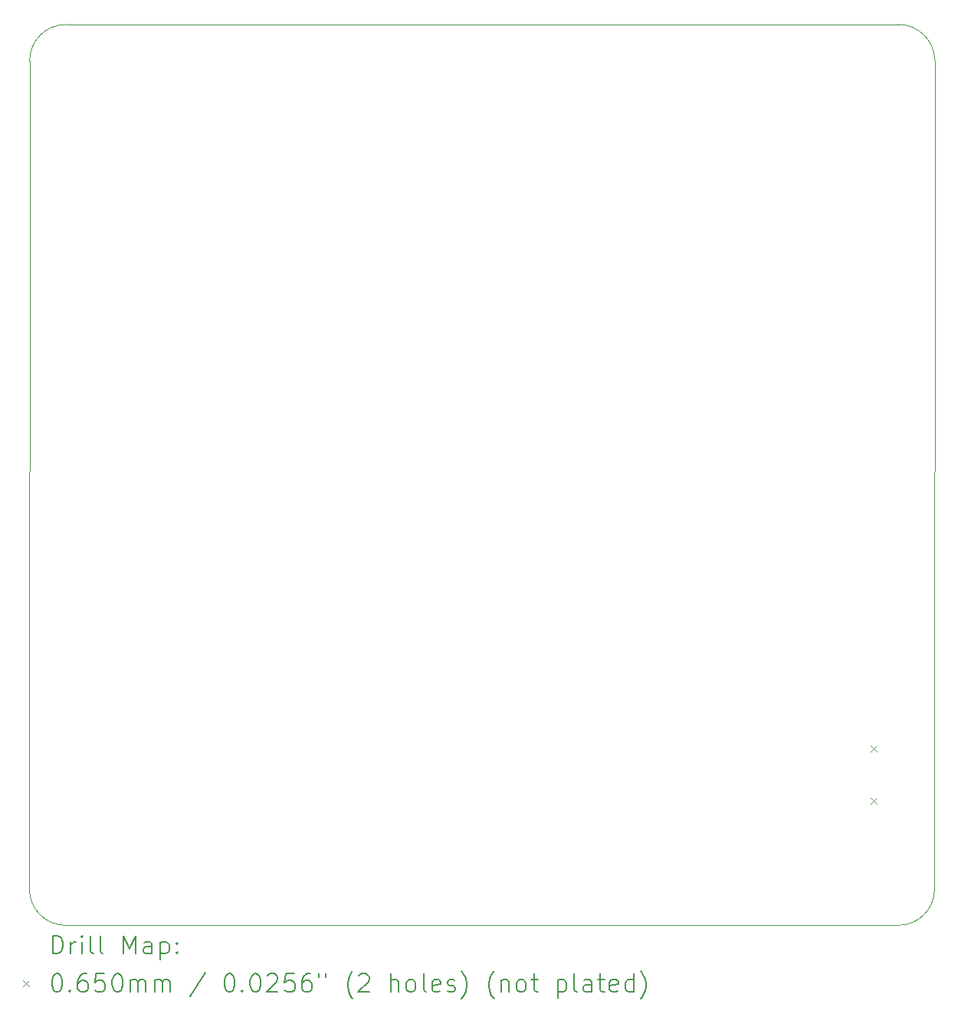
<source format=gbr>
%TF.GenerationSoftware,KiCad,Pcbnew,8.0.6*%
%TF.CreationDate,2025-01-07T14:19:22+11:00*%
%TF.ProjectId,MPPT_V3,4d505054-5f56-4332-9e6b-696361645f70,rev?*%
%TF.SameCoordinates,Original*%
%TF.FileFunction,Drillmap*%
%TF.FilePolarity,Positive*%
%FSLAX45Y45*%
G04 Gerber Fmt 4.5, Leading zero omitted, Abs format (unit mm)*
G04 Created by KiCad (PCBNEW 8.0.6) date 2025-01-07 14:19:22*
%MOMM*%
%LPD*%
G01*
G04 APERTURE LIST*
%ADD10C,0.050000*%
%ADD11C,0.200000*%
%ADD12C,0.100000*%
G04 APERTURE END LIST*
D10*
X17985000Y-14872000D02*
G75*
G02*
X17585000Y-15272000I-399990J-10D01*
G01*
X17585000Y-15272000D02*
X8385000Y-15272000D01*
X8385000Y-15272000D02*
G75*
G02*
X7985000Y-14872000I0J400000D01*
G01*
X8387498Y-5328674D02*
X17587498Y-5328674D01*
X17587498Y-5328674D02*
G75*
G02*
X17987496Y-5728674I-8J-400006D01*
G01*
X7985000Y-14872000D02*
X7987498Y-5728674D01*
X17987498Y-5728674D02*
X17985000Y-14872000D01*
X7987498Y-5728674D02*
G75*
G02*
X8387498Y-5328678I399992J4D01*
G01*
D11*
D12*
X17279002Y-13288826D02*
X17344002Y-13353826D01*
X17344002Y-13288826D02*
X17279002Y-13353826D01*
X17279002Y-13866826D02*
X17344002Y-13931826D01*
X17344002Y-13866826D02*
X17279002Y-13931826D01*
D11*
X8243277Y-15585984D02*
X8243277Y-15385984D01*
X8243277Y-15385984D02*
X8290896Y-15385984D01*
X8290896Y-15385984D02*
X8319467Y-15395508D01*
X8319467Y-15395508D02*
X8338515Y-15414555D01*
X8338515Y-15414555D02*
X8348039Y-15433603D01*
X8348039Y-15433603D02*
X8357562Y-15471698D01*
X8357562Y-15471698D02*
X8357562Y-15500269D01*
X8357562Y-15500269D02*
X8348039Y-15538365D01*
X8348039Y-15538365D02*
X8338515Y-15557412D01*
X8338515Y-15557412D02*
X8319467Y-15576460D01*
X8319467Y-15576460D02*
X8290896Y-15585984D01*
X8290896Y-15585984D02*
X8243277Y-15585984D01*
X8443277Y-15585984D02*
X8443277Y-15452650D01*
X8443277Y-15490746D02*
X8452801Y-15471698D01*
X8452801Y-15471698D02*
X8462324Y-15462174D01*
X8462324Y-15462174D02*
X8481372Y-15452650D01*
X8481372Y-15452650D02*
X8500420Y-15452650D01*
X8567086Y-15585984D02*
X8567086Y-15452650D01*
X8567086Y-15385984D02*
X8557563Y-15395508D01*
X8557563Y-15395508D02*
X8567086Y-15405031D01*
X8567086Y-15405031D02*
X8576610Y-15395508D01*
X8576610Y-15395508D02*
X8567086Y-15385984D01*
X8567086Y-15385984D02*
X8567086Y-15405031D01*
X8690896Y-15585984D02*
X8671848Y-15576460D01*
X8671848Y-15576460D02*
X8662324Y-15557412D01*
X8662324Y-15557412D02*
X8662324Y-15385984D01*
X8795658Y-15585984D02*
X8776610Y-15576460D01*
X8776610Y-15576460D02*
X8767086Y-15557412D01*
X8767086Y-15557412D02*
X8767086Y-15385984D01*
X9024229Y-15585984D02*
X9024229Y-15385984D01*
X9024229Y-15385984D02*
X9090896Y-15528841D01*
X9090896Y-15528841D02*
X9157563Y-15385984D01*
X9157563Y-15385984D02*
X9157563Y-15585984D01*
X9338515Y-15585984D02*
X9338515Y-15481222D01*
X9338515Y-15481222D02*
X9328991Y-15462174D01*
X9328991Y-15462174D02*
X9309944Y-15452650D01*
X9309944Y-15452650D02*
X9271848Y-15452650D01*
X9271848Y-15452650D02*
X9252801Y-15462174D01*
X9338515Y-15576460D02*
X9319467Y-15585984D01*
X9319467Y-15585984D02*
X9271848Y-15585984D01*
X9271848Y-15585984D02*
X9252801Y-15576460D01*
X9252801Y-15576460D02*
X9243277Y-15557412D01*
X9243277Y-15557412D02*
X9243277Y-15538365D01*
X9243277Y-15538365D02*
X9252801Y-15519317D01*
X9252801Y-15519317D02*
X9271848Y-15509793D01*
X9271848Y-15509793D02*
X9319467Y-15509793D01*
X9319467Y-15509793D02*
X9338515Y-15500269D01*
X9433753Y-15452650D02*
X9433753Y-15652650D01*
X9433753Y-15462174D02*
X9452801Y-15452650D01*
X9452801Y-15452650D02*
X9490896Y-15452650D01*
X9490896Y-15452650D02*
X9509944Y-15462174D01*
X9509944Y-15462174D02*
X9519467Y-15471698D01*
X9519467Y-15471698D02*
X9528991Y-15490746D01*
X9528991Y-15490746D02*
X9528991Y-15547888D01*
X9528991Y-15547888D02*
X9519467Y-15566936D01*
X9519467Y-15566936D02*
X9509944Y-15576460D01*
X9509944Y-15576460D02*
X9490896Y-15585984D01*
X9490896Y-15585984D02*
X9452801Y-15585984D01*
X9452801Y-15585984D02*
X9433753Y-15576460D01*
X9614705Y-15566936D02*
X9624229Y-15576460D01*
X9624229Y-15576460D02*
X9614705Y-15585984D01*
X9614705Y-15585984D02*
X9605182Y-15576460D01*
X9605182Y-15576460D02*
X9614705Y-15566936D01*
X9614705Y-15566936D02*
X9614705Y-15585984D01*
X9614705Y-15462174D02*
X9624229Y-15471698D01*
X9624229Y-15471698D02*
X9614705Y-15481222D01*
X9614705Y-15481222D02*
X9605182Y-15471698D01*
X9605182Y-15471698D02*
X9614705Y-15462174D01*
X9614705Y-15462174D02*
X9614705Y-15481222D01*
D12*
X7917500Y-15882000D02*
X7982500Y-15947000D01*
X7982500Y-15882000D02*
X7917500Y-15947000D01*
D11*
X8281372Y-15805984D02*
X8300420Y-15805984D01*
X8300420Y-15805984D02*
X8319467Y-15815508D01*
X8319467Y-15815508D02*
X8328991Y-15825031D01*
X8328991Y-15825031D02*
X8338515Y-15844079D01*
X8338515Y-15844079D02*
X8348039Y-15882174D01*
X8348039Y-15882174D02*
X8348039Y-15929793D01*
X8348039Y-15929793D02*
X8338515Y-15967888D01*
X8338515Y-15967888D02*
X8328991Y-15986936D01*
X8328991Y-15986936D02*
X8319467Y-15996460D01*
X8319467Y-15996460D02*
X8300420Y-16005984D01*
X8300420Y-16005984D02*
X8281372Y-16005984D01*
X8281372Y-16005984D02*
X8262324Y-15996460D01*
X8262324Y-15996460D02*
X8252801Y-15986936D01*
X8252801Y-15986936D02*
X8243277Y-15967888D01*
X8243277Y-15967888D02*
X8233753Y-15929793D01*
X8233753Y-15929793D02*
X8233753Y-15882174D01*
X8233753Y-15882174D02*
X8243277Y-15844079D01*
X8243277Y-15844079D02*
X8252801Y-15825031D01*
X8252801Y-15825031D02*
X8262324Y-15815508D01*
X8262324Y-15815508D02*
X8281372Y-15805984D01*
X8433753Y-15986936D02*
X8443277Y-15996460D01*
X8443277Y-15996460D02*
X8433753Y-16005984D01*
X8433753Y-16005984D02*
X8424229Y-15996460D01*
X8424229Y-15996460D02*
X8433753Y-15986936D01*
X8433753Y-15986936D02*
X8433753Y-16005984D01*
X8614705Y-15805984D02*
X8576610Y-15805984D01*
X8576610Y-15805984D02*
X8557563Y-15815508D01*
X8557563Y-15815508D02*
X8548039Y-15825031D01*
X8548039Y-15825031D02*
X8528991Y-15853603D01*
X8528991Y-15853603D02*
X8519467Y-15891698D01*
X8519467Y-15891698D02*
X8519467Y-15967888D01*
X8519467Y-15967888D02*
X8528991Y-15986936D01*
X8528991Y-15986936D02*
X8538515Y-15996460D01*
X8538515Y-15996460D02*
X8557563Y-16005984D01*
X8557563Y-16005984D02*
X8595658Y-16005984D01*
X8595658Y-16005984D02*
X8614705Y-15996460D01*
X8614705Y-15996460D02*
X8624229Y-15986936D01*
X8624229Y-15986936D02*
X8633753Y-15967888D01*
X8633753Y-15967888D02*
X8633753Y-15920269D01*
X8633753Y-15920269D02*
X8624229Y-15901222D01*
X8624229Y-15901222D02*
X8614705Y-15891698D01*
X8614705Y-15891698D02*
X8595658Y-15882174D01*
X8595658Y-15882174D02*
X8557563Y-15882174D01*
X8557563Y-15882174D02*
X8538515Y-15891698D01*
X8538515Y-15891698D02*
X8528991Y-15901222D01*
X8528991Y-15901222D02*
X8519467Y-15920269D01*
X8814705Y-15805984D02*
X8719467Y-15805984D01*
X8719467Y-15805984D02*
X8709944Y-15901222D01*
X8709944Y-15901222D02*
X8719467Y-15891698D01*
X8719467Y-15891698D02*
X8738515Y-15882174D01*
X8738515Y-15882174D02*
X8786134Y-15882174D01*
X8786134Y-15882174D02*
X8805182Y-15891698D01*
X8805182Y-15891698D02*
X8814705Y-15901222D01*
X8814705Y-15901222D02*
X8824229Y-15920269D01*
X8824229Y-15920269D02*
X8824229Y-15967888D01*
X8824229Y-15967888D02*
X8814705Y-15986936D01*
X8814705Y-15986936D02*
X8805182Y-15996460D01*
X8805182Y-15996460D02*
X8786134Y-16005984D01*
X8786134Y-16005984D02*
X8738515Y-16005984D01*
X8738515Y-16005984D02*
X8719467Y-15996460D01*
X8719467Y-15996460D02*
X8709944Y-15986936D01*
X8948039Y-15805984D02*
X8967086Y-15805984D01*
X8967086Y-15805984D02*
X8986134Y-15815508D01*
X8986134Y-15815508D02*
X8995658Y-15825031D01*
X8995658Y-15825031D02*
X9005182Y-15844079D01*
X9005182Y-15844079D02*
X9014705Y-15882174D01*
X9014705Y-15882174D02*
X9014705Y-15929793D01*
X9014705Y-15929793D02*
X9005182Y-15967888D01*
X9005182Y-15967888D02*
X8995658Y-15986936D01*
X8995658Y-15986936D02*
X8986134Y-15996460D01*
X8986134Y-15996460D02*
X8967086Y-16005984D01*
X8967086Y-16005984D02*
X8948039Y-16005984D01*
X8948039Y-16005984D02*
X8928991Y-15996460D01*
X8928991Y-15996460D02*
X8919467Y-15986936D01*
X8919467Y-15986936D02*
X8909944Y-15967888D01*
X8909944Y-15967888D02*
X8900420Y-15929793D01*
X8900420Y-15929793D02*
X8900420Y-15882174D01*
X8900420Y-15882174D02*
X8909944Y-15844079D01*
X8909944Y-15844079D02*
X8919467Y-15825031D01*
X8919467Y-15825031D02*
X8928991Y-15815508D01*
X8928991Y-15815508D02*
X8948039Y-15805984D01*
X9100420Y-16005984D02*
X9100420Y-15872650D01*
X9100420Y-15891698D02*
X9109944Y-15882174D01*
X9109944Y-15882174D02*
X9128991Y-15872650D01*
X9128991Y-15872650D02*
X9157563Y-15872650D01*
X9157563Y-15872650D02*
X9176610Y-15882174D01*
X9176610Y-15882174D02*
X9186134Y-15901222D01*
X9186134Y-15901222D02*
X9186134Y-16005984D01*
X9186134Y-15901222D02*
X9195658Y-15882174D01*
X9195658Y-15882174D02*
X9214705Y-15872650D01*
X9214705Y-15872650D02*
X9243277Y-15872650D01*
X9243277Y-15872650D02*
X9262325Y-15882174D01*
X9262325Y-15882174D02*
X9271848Y-15901222D01*
X9271848Y-15901222D02*
X9271848Y-16005984D01*
X9367086Y-16005984D02*
X9367086Y-15872650D01*
X9367086Y-15891698D02*
X9376610Y-15882174D01*
X9376610Y-15882174D02*
X9395658Y-15872650D01*
X9395658Y-15872650D02*
X9424229Y-15872650D01*
X9424229Y-15872650D02*
X9443277Y-15882174D01*
X9443277Y-15882174D02*
X9452801Y-15901222D01*
X9452801Y-15901222D02*
X9452801Y-16005984D01*
X9452801Y-15901222D02*
X9462325Y-15882174D01*
X9462325Y-15882174D02*
X9481372Y-15872650D01*
X9481372Y-15872650D02*
X9509944Y-15872650D01*
X9509944Y-15872650D02*
X9528991Y-15882174D01*
X9528991Y-15882174D02*
X9538515Y-15901222D01*
X9538515Y-15901222D02*
X9538515Y-16005984D01*
X9928991Y-15796460D02*
X9757563Y-16053603D01*
X10186134Y-15805984D02*
X10205182Y-15805984D01*
X10205182Y-15805984D02*
X10224229Y-15815508D01*
X10224229Y-15815508D02*
X10233753Y-15825031D01*
X10233753Y-15825031D02*
X10243277Y-15844079D01*
X10243277Y-15844079D02*
X10252801Y-15882174D01*
X10252801Y-15882174D02*
X10252801Y-15929793D01*
X10252801Y-15929793D02*
X10243277Y-15967888D01*
X10243277Y-15967888D02*
X10233753Y-15986936D01*
X10233753Y-15986936D02*
X10224229Y-15996460D01*
X10224229Y-15996460D02*
X10205182Y-16005984D01*
X10205182Y-16005984D02*
X10186134Y-16005984D01*
X10186134Y-16005984D02*
X10167087Y-15996460D01*
X10167087Y-15996460D02*
X10157563Y-15986936D01*
X10157563Y-15986936D02*
X10148039Y-15967888D01*
X10148039Y-15967888D02*
X10138515Y-15929793D01*
X10138515Y-15929793D02*
X10138515Y-15882174D01*
X10138515Y-15882174D02*
X10148039Y-15844079D01*
X10148039Y-15844079D02*
X10157563Y-15825031D01*
X10157563Y-15825031D02*
X10167087Y-15815508D01*
X10167087Y-15815508D02*
X10186134Y-15805984D01*
X10338515Y-15986936D02*
X10348039Y-15996460D01*
X10348039Y-15996460D02*
X10338515Y-16005984D01*
X10338515Y-16005984D02*
X10328991Y-15996460D01*
X10328991Y-15996460D02*
X10338515Y-15986936D01*
X10338515Y-15986936D02*
X10338515Y-16005984D01*
X10471848Y-15805984D02*
X10490896Y-15805984D01*
X10490896Y-15805984D02*
X10509944Y-15815508D01*
X10509944Y-15815508D02*
X10519468Y-15825031D01*
X10519468Y-15825031D02*
X10528991Y-15844079D01*
X10528991Y-15844079D02*
X10538515Y-15882174D01*
X10538515Y-15882174D02*
X10538515Y-15929793D01*
X10538515Y-15929793D02*
X10528991Y-15967888D01*
X10528991Y-15967888D02*
X10519468Y-15986936D01*
X10519468Y-15986936D02*
X10509944Y-15996460D01*
X10509944Y-15996460D02*
X10490896Y-16005984D01*
X10490896Y-16005984D02*
X10471848Y-16005984D01*
X10471848Y-16005984D02*
X10452801Y-15996460D01*
X10452801Y-15996460D02*
X10443277Y-15986936D01*
X10443277Y-15986936D02*
X10433753Y-15967888D01*
X10433753Y-15967888D02*
X10424229Y-15929793D01*
X10424229Y-15929793D02*
X10424229Y-15882174D01*
X10424229Y-15882174D02*
X10433753Y-15844079D01*
X10433753Y-15844079D02*
X10443277Y-15825031D01*
X10443277Y-15825031D02*
X10452801Y-15815508D01*
X10452801Y-15815508D02*
X10471848Y-15805984D01*
X10614706Y-15825031D02*
X10624229Y-15815508D01*
X10624229Y-15815508D02*
X10643277Y-15805984D01*
X10643277Y-15805984D02*
X10690896Y-15805984D01*
X10690896Y-15805984D02*
X10709944Y-15815508D01*
X10709944Y-15815508D02*
X10719468Y-15825031D01*
X10719468Y-15825031D02*
X10728991Y-15844079D01*
X10728991Y-15844079D02*
X10728991Y-15863127D01*
X10728991Y-15863127D02*
X10719468Y-15891698D01*
X10719468Y-15891698D02*
X10605182Y-16005984D01*
X10605182Y-16005984D02*
X10728991Y-16005984D01*
X10909944Y-15805984D02*
X10814706Y-15805984D01*
X10814706Y-15805984D02*
X10805182Y-15901222D01*
X10805182Y-15901222D02*
X10814706Y-15891698D01*
X10814706Y-15891698D02*
X10833753Y-15882174D01*
X10833753Y-15882174D02*
X10881372Y-15882174D01*
X10881372Y-15882174D02*
X10900420Y-15891698D01*
X10900420Y-15891698D02*
X10909944Y-15901222D01*
X10909944Y-15901222D02*
X10919468Y-15920269D01*
X10919468Y-15920269D02*
X10919468Y-15967888D01*
X10919468Y-15967888D02*
X10909944Y-15986936D01*
X10909944Y-15986936D02*
X10900420Y-15996460D01*
X10900420Y-15996460D02*
X10881372Y-16005984D01*
X10881372Y-16005984D02*
X10833753Y-16005984D01*
X10833753Y-16005984D02*
X10814706Y-15996460D01*
X10814706Y-15996460D02*
X10805182Y-15986936D01*
X11090896Y-15805984D02*
X11052801Y-15805984D01*
X11052801Y-15805984D02*
X11033753Y-15815508D01*
X11033753Y-15815508D02*
X11024229Y-15825031D01*
X11024229Y-15825031D02*
X11005182Y-15853603D01*
X11005182Y-15853603D02*
X10995658Y-15891698D01*
X10995658Y-15891698D02*
X10995658Y-15967888D01*
X10995658Y-15967888D02*
X11005182Y-15986936D01*
X11005182Y-15986936D02*
X11014706Y-15996460D01*
X11014706Y-15996460D02*
X11033753Y-16005984D01*
X11033753Y-16005984D02*
X11071849Y-16005984D01*
X11071849Y-16005984D02*
X11090896Y-15996460D01*
X11090896Y-15996460D02*
X11100420Y-15986936D01*
X11100420Y-15986936D02*
X11109944Y-15967888D01*
X11109944Y-15967888D02*
X11109944Y-15920269D01*
X11109944Y-15920269D02*
X11100420Y-15901222D01*
X11100420Y-15901222D02*
X11090896Y-15891698D01*
X11090896Y-15891698D02*
X11071849Y-15882174D01*
X11071849Y-15882174D02*
X11033753Y-15882174D01*
X11033753Y-15882174D02*
X11014706Y-15891698D01*
X11014706Y-15891698D02*
X11005182Y-15901222D01*
X11005182Y-15901222D02*
X10995658Y-15920269D01*
X11186134Y-15805984D02*
X11186134Y-15844079D01*
X11262325Y-15805984D02*
X11262325Y-15844079D01*
X11557563Y-16082174D02*
X11548039Y-16072650D01*
X11548039Y-16072650D02*
X11528991Y-16044079D01*
X11528991Y-16044079D02*
X11519468Y-16025031D01*
X11519468Y-16025031D02*
X11509944Y-15996460D01*
X11509944Y-15996460D02*
X11500420Y-15948841D01*
X11500420Y-15948841D02*
X11500420Y-15910746D01*
X11500420Y-15910746D02*
X11509944Y-15863127D01*
X11509944Y-15863127D02*
X11519468Y-15834555D01*
X11519468Y-15834555D02*
X11528991Y-15815508D01*
X11528991Y-15815508D02*
X11548039Y-15786936D01*
X11548039Y-15786936D02*
X11557563Y-15777412D01*
X11624229Y-15825031D02*
X11633753Y-15815508D01*
X11633753Y-15815508D02*
X11652801Y-15805984D01*
X11652801Y-15805984D02*
X11700420Y-15805984D01*
X11700420Y-15805984D02*
X11719468Y-15815508D01*
X11719468Y-15815508D02*
X11728991Y-15825031D01*
X11728991Y-15825031D02*
X11738515Y-15844079D01*
X11738515Y-15844079D02*
X11738515Y-15863127D01*
X11738515Y-15863127D02*
X11728991Y-15891698D01*
X11728991Y-15891698D02*
X11614706Y-16005984D01*
X11614706Y-16005984D02*
X11738515Y-16005984D01*
X11976610Y-16005984D02*
X11976610Y-15805984D01*
X12062325Y-16005984D02*
X12062325Y-15901222D01*
X12062325Y-15901222D02*
X12052801Y-15882174D01*
X12052801Y-15882174D02*
X12033753Y-15872650D01*
X12033753Y-15872650D02*
X12005182Y-15872650D01*
X12005182Y-15872650D02*
X11986134Y-15882174D01*
X11986134Y-15882174D02*
X11976610Y-15891698D01*
X12186134Y-16005984D02*
X12167087Y-15996460D01*
X12167087Y-15996460D02*
X12157563Y-15986936D01*
X12157563Y-15986936D02*
X12148039Y-15967888D01*
X12148039Y-15967888D02*
X12148039Y-15910746D01*
X12148039Y-15910746D02*
X12157563Y-15891698D01*
X12157563Y-15891698D02*
X12167087Y-15882174D01*
X12167087Y-15882174D02*
X12186134Y-15872650D01*
X12186134Y-15872650D02*
X12214706Y-15872650D01*
X12214706Y-15872650D02*
X12233753Y-15882174D01*
X12233753Y-15882174D02*
X12243277Y-15891698D01*
X12243277Y-15891698D02*
X12252801Y-15910746D01*
X12252801Y-15910746D02*
X12252801Y-15967888D01*
X12252801Y-15967888D02*
X12243277Y-15986936D01*
X12243277Y-15986936D02*
X12233753Y-15996460D01*
X12233753Y-15996460D02*
X12214706Y-16005984D01*
X12214706Y-16005984D02*
X12186134Y-16005984D01*
X12367087Y-16005984D02*
X12348039Y-15996460D01*
X12348039Y-15996460D02*
X12338515Y-15977412D01*
X12338515Y-15977412D02*
X12338515Y-15805984D01*
X12519468Y-15996460D02*
X12500420Y-16005984D01*
X12500420Y-16005984D02*
X12462325Y-16005984D01*
X12462325Y-16005984D02*
X12443277Y-15996460D01*
X12443277Y-15996460D02*
X12433753Y-15977412D01*
X12433753Y-15977412D02*
X12433753Y-15901222D01*
X12433753Y-15901222D02*
X12443277Y-15882174D01*
X12443277Y-15882174D02*
X12462325Y-15872650D01*
X12462325Y-15872650D02*
X12500420Y-15872650D01*
X12500420Y-15872650D02*
X12519468Y-15882174D01*
X12519468Y-15882174D02*
X12528991Y-15901222D01*
X12528991Y-15901222D02*
X12528991Y-15920269D01*
X12528991Y-15920269D02*
X12433753Y-15939317D01*
X12605182Y-15996460D02*
X12624230Y-16005984D01*
X12624230Y-16005984D02*
X12662325Y-16005984D01*
X12662325Y-16005984D02*
X12681372Y-15996460D01*
X12681372Y-15996460D02*
X12690896Y-15977412D01*
X12690896Y-15977412D02*
X12690896Y-15967888D01*
X12690896Y-15967888D02*
X12681372Y-15948841D01*
X12681372Y-15948841D02*
X12662325Y-15939317D01*
X12662325Y-15939317D02*
X12633753Y-15939317D01*
X12633753Y-15939317D02*
X12614706Y-15929793D01*
X12614706Y-15929793D02*
X12605182Y-15910746D01*
X12605182Y-15910746D02*
X12605182Y-15901222D01*
X12605182Y-15901222D02*
X12614706Y-15882174D01*
X12614706Y-15882174D02*
X12633753Y-15872650D01*
X12633753Y-15872650D02*
X12662325Y-15872650D01*
X12662325Y-15872650D02*
X12681372Y-15882174D01*
X12757563Y-16082174D02*
X12767087Y-16072650D01*
X12767087Y-16072650D02*
X12786134Y-16044079D01*
X12786134Y-16044079D02*
X12795658Y-16025031D01*
X12795658Y-16025031D02*
X12805182Y-15996460D01*
X12805182Y-15996460D02*
X12814706Y-15948841D01*
X12814706Y-15948841D02*
X12814706Y-15910746D01*
X12814706Y-15910746D02*
X12805182Y-15863127D01*
X12805182Y-15863127D02*
X12795658Y-15834555D01*
X12795658Y-15834555D02*
X12786134Y-15815508D01*
X12786134Y-15815508D02*
X12767087Y-15786936D01*
X12767087Y-15786936D02*
X12757563Y-15777412D01*
X13119468Y-16082174D02*
X13109944Y-16072650D01*
X13109944Y-16072650D02*
X13090896Y-16044079D01*
X13090896Y-16044079D02*
X13081372Y-16025031D01*
X13081372Y-16025031D02*
X13071849Y-15996460D01*
X13071849Y-15996460D02*
X13062325Y-15948841D01*
X13062325Y-15948841D02*
X13062325Y-15910746D01*
X13062325Y-15910746D02*
X13071849Y-15863127D01*
X13071849Y-15863127D02*
X13081372Y-15834555D01*
X13081372Y-15834555D02*
X13090896Y-15815508D01*
X13090896Y-15815508D02*
X13109944Y-15786936D01*
X13109944Y-15786936D02*
X13119468Y-15777412D01*
X13195658Y-15872650D02*
X13195658Y-16005984D01*
X13195658Y-15891698D02*
X13205182Y-15882174D01*
X13205182Y-15882174D02*
X13224230Y-15872650D01*
X13224230Y-15872650D02*
X13252801Y-15872650D01*
X13252801Y-15872650D02*
X13271849Y-15882174D01*
X13271849Y-15882174D02*
X13281372Y-15901222D01*
X13281372Y-15901222D02*
X13281372Y-16005984D01*
X13405182Y-16005984D02*
X13386134Y-15996460D01*
X13386134Y-15996460D02*
X13376611Y-15986936D01*
X13376611Y-15986936D02*
X13367087Y-15967888D01*
X13367087Y-15967888D02*
X13367087Y-15910746D01*
X13367087Y-15910746D02*
X13376611Y-15891698D01*
X13376611Y-15891698D02*
X13386134Y-15882174D01*
X13386134Y-15882174D02*
X13405182Y-15872650D01*
X13405182Y-15872650D02*
X13433753Y-15872650D01*
X13433753Y-15872650D02*
X13452801Y-15882174D01*
X13452801Y-15882174D02*
X13462325Y-15891698D01*
X13462325Y-15891698D02*
X13471849Y-15910746D01*
X13471849Y-15910746D02*
X13471849Y-15967888D01*
X13471849Y-15967888D02*
X13462325Y-15986936D01*
X13462325Y-15986936D02*
X13452801Y-15996460D01*
X13452801Y-15996460D02*
X13433753Y-16005984D01*
X13433753Y-16005984D02*
X13405182Y-16005984D01*
X13528992Y-15872650D02*
X13605182Y-15872650D01*
X13557563Y-15805984D02*
X13557563Y-15977412D01*
X13557563Y-15977412D02*
X13567087Y-15996460D01*
X13567087Y-15996460D02*
X13586134Y-16005984D01*
X13586134Y-16005984D02*
X13605182Y-16005984D01*
X13824230Y-15872650D02*
X13824230Y-16072650D01*
X13824230Y-15882174D02*
X13843277Y-15872650D01*
X13843277Y-15872650D02*
X13881373Y-15872650D01*
X13881373Y-15872650D02*
X13900420Y-15882174D01*
X13900420Y-15882174D02*
X13909944Y-15891698D01*
X13909944Y-15891698D02*
X13919468Y-15910746D01*
X13919468Y-15910746D02*
X13919468Y-15967888D01*
X13919468Y-15967888D02*
X13909944Y-15986936D01*
X13909944Y-15986936D02*
X13900420Y-15996460D01*
X13900420Y-15996460D02*
X13881373Y-16005984D01*
X13881373Y-16005984D02*
X13843277Y-16005984D01*
X13843277Y-16005984D02*
X13824230Y-15996460D01*
X14033753Y-16005984D02*
X14014706Y-15996460D01*
X14014706Y-15996460D02*
X14005182Y-15977412D01*
X14005182Y-15977412D02*
X14005182Y-15805984D01*
X14195658Y-16005984D02*
X14195658Y-15901222D01*
X14195658Y-15901222D02*
X14186134Y-15882174D01*
X14186134Y-15882174D02*
X14167087Y-15872650D01*
X14167087Y-15872650D02*
X14128992Y-15872650D01*
X14128992Y-15872650D02*
X14109944Y-15882174D01*
X14195658Y-15996460D02*
X14176611Y-16005984D01*
X14176611Y-16005984D02*
X14128992Y-16005984D01*
X14128992Y-16005984D02*
X14109944Y-15996460D01*
X14109944Y-15996460D02*
X14100420Y-15977412D01*
X14100420Y-15977412D02*
X14100420Y-15958365D01*
X14100420Y-15958365D02*
X14109944Y-15939317D01*
X14109944Y-15939317D02*
X14128992Y-15929793D01*
X14128992Y-15929793D02*
X14176611Y-15929793D01*
X14176611Y-15929793D02*
X14195658Y-15920269D01*
X14262325Y-15872650D02*
X14338515Y-15872650D01*
X14290896Y-15805984D02*
X14290896Y-15977412D01*
X14290896Y-15977412D02*
X14300420Y-15996460D01*
X14300420Y-15996460D02*
X14319468Y-16005984D01*
X14319468Y-16005984D02*
X14338515Y-16005984D01*
X14481373Y-15996460D02*
X14462325Y-16005984D01*
X14462325Y-16005984D02*
X14424230Y-16005984D01*
X14424230Y-16005984D02*
X14405182Y-15996460D01*
X14405182Y-15996460D02*
X14395658Y-15977412D01*
X14395658Y-15977412D02*
X14395658Y-15901222D01*
X14395658Y-15901222D02*
X14405182Y-15882174D01*
X14405182Y-15882174D02*
X14424230Y-15872650D01*
X14424230Y-15872650D02*
X14462325Y-15872650D01*
X14462325Y-15872650D02*
X14481373Y-15882174D01*
X14481373Y-15882174D02*
X14490896Y-15901222D01*
X14490896Y-15901222D02*
X14490896Y-15920269D01*
X14490896Y-15920269D02*
X14395658Y-15939317D01*
X14662325Y-16005984D02*
X14662325Y-15805984D01*
X14662325Y-15996460D02*
X14643277Y-16005984D01*
X14643277Y-16005984D02*
X14605182Y-16005984D01*
X14605182Y-16005984D02*
X14586134Y-15996460D01*
X14586134Y-15996460D02*
X14576611Y-15986936D01*
X14576611Y-15986936D02*
X14567087Y-15967888D01*
X14567087Y-15967888D02*
X14567087Y-15910746D01*
X14567087Y-15910746D02*
X14576611Y-15891698D01*
X14576611Y-15891698D02*
X14586134Y-15882174D01*
X14586134Y-15882174D02*
X14605182Y-15872650D01*
X14605182Y-15872650D02*
X14643277Y-15872650D01*
X14643277Y-15872650D02*
X14662325Y-15882174D01*
X14738515Y-16082174D02*
X14748039Y-16072650D01*
X14748039Y-16072650D02*
X14767087Y-16044079D01*
X14767087Y-16044079D02*
X14776611Y-16025031D01*
X14776611Y-16025031D02*
X14786134Y-15996460D01*
X14786134Y-15996460D02*
X14795658Y-15948841D01*
X14795658Y-15948841D02*
X14795658Y-15910746D01*
X14795658Y-15910746D02*
X14786134Y-15863127D01*
X14786134Y-15863127D02*
X14776611Y-15834555D01*
X14776611Y-15834555D02*
X14767087Y-15815508D01*
X14767087Y-15815508D02*
X14748039Y-15786936D01*
X14748039Y-15786936D02*
X14738515Y-15777412D01*
M02*

</source>
